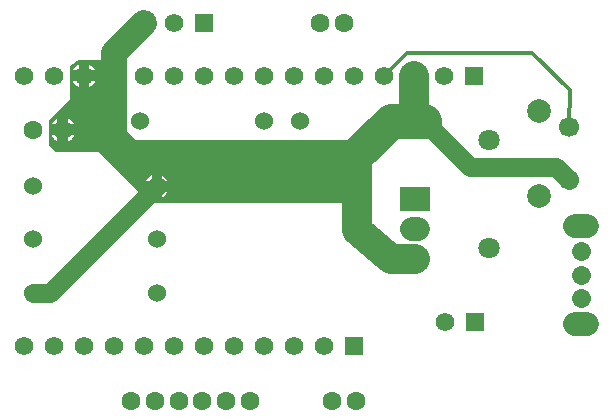
<source format=gtl>
G04 Layer: TopLayer*
G04 EasyEDA v6.4.20.6, 2021-08-25T14:01:31+02:00*
G04 e866269f8e5e4e6dbd67b5624e2cb2fc,10*
G04 Gerber Generator version 0.2*
G04 Scale: 100 percent, Rotated: No, Reflected: No *
G04 Dimensions in millimeters *
G04 leading zeros omitted , absolute positions ,4 integer and 5 decimal *
%FSLAX45Y45*%
%MOMM*%

%ADD11C,1.6000*%
%ADD12C,2.2000*%
%ADD13C,2.5000*%
%ADD14C,3.0000*%
%ADD15C,0.3000*%
%ADD16R,1.5748X1.5748*%
%ADD17C,1.5748*%
%ADD18C,1.7000*%
%ADD19C,2.0000*%
%ADD20C,1.5240*%
%ADD22C,1.8000*%
%ADD23C,1.5999*%

%LPD*%
G36*
X-3869283Y-1866900D02*
G01*
X-3873195Y-1866138D01*
X-3876497Y-1863902D01*
X-4304588Y-1435811D01*
X-4306316Y-1435100D01*
X-4656683Y-1435100D01*
X-4660595Y-1434338D01*
X-4663897Y-1432102D01*
X-4721402Y-1374546D01*
X-4723638Y-1371295D01*
X-4724400Y-1367383D01*
X-4724400Y-1290980D01*
X-4723638Y-1287221D01*
X-4724400Y-1283360D01*
X-4724400Y-1211021D01*
X-4723638Y-1207160D01*
X-4724400Y-1203401D01*
X-4724400Y-1172616D01*
X-4723638Y-1168704D01*
X-4721402Y-1165402D01*
X-4547311Y-991311D01*
X-4546600Y-989584D01*
X-4546600Y-829868D01*
X-4546142Y-827735D01*
X-4546600Y-825550D01*
X-4546600Y-754430D01*
X-4546142Y-752246D01*
X-4546600Y-750112D01*
X-4546600Y-716076D01*
X-4545584Y-711657D01*
X-4542790Y-708152D01*
X-4485894Y-662635D01*
X-4482896Y-660958D01*
X-4479544Y-660400D01*
X-4157116Y-660400D01*
X-4153204Y-661162D01*
X-4149902Y-663346D01*
X-4132275Y-681024D01*
X-4130040Y-684326D01*
X-4129278Y-688238D01*
X-4129278Y-744270D01*
X-4074160Y-744270D01*
X-4070248Y-745032D01*
X-4066997Y-747268D01*
X-4064762Y-750519D01*
X-4064000Y-754430D01*
X-4064000Y-825550D01*
X-4064762Y-829462D01*
X-4066997Y-832713D01*
X-4070959Y-835050D01*
X-4067810Y-836625D01*
X-4065015Y-840130D01*
X-4064000Y-844550D01*
X-4064000Y-1256284D01*
X-4063288Y-1258011D01*
X-3988511Y-1332788D01*
X-3986784Y-1333500D01*
X-2074316Y-1333500D01*
X-2070404Y-1334262D01*
X-2067102Y-1336446D01*
X-1996897Y-1406702D01*
X-1994662Y-1410004D01*
X-1993900Y-1413916D01*
X-1993900Y-1773783D01*
X-1994662Y-1777695D01*
X-1996897Y-1780946D01*
X-2079802Y-1863902D01*
X-2083104Y-1866138D01*
X-2087016Y-1866900D01*
G37*

%LPC*%
G36*
X-4383278Y-744270D02*
G01*
X-4335119Y-744270D01*
X-4338370Y-737666D01*
X-4345990Y-726287D01*
X-4355033Y-716026D01*
X-4365294Y-706983D01*
X-4376674Y-699363D01*
X-4383278Y-696112D01*
G37*
G36*
X-3767531Y-1817674D02*
G01*
X-3762959Y-1815490D01*
X-3751427Y-1808175D01*
X-3741013Y-1799386D01*
X-3731869Y-1789277D01*
X-3724148Y-1778000D01*
X-3720337Y-1770430D01*
X-3767531Y-1770430D01*
G37*
G36*
X-3767531Y-1681530D02*
G01*
X-3720337Y-1681530D01*
X-3724148Y-1673961D01*
X-3731869Y-1662734D01*
X-3741013Y-1652625D01*
X-3751427Y-1643786D01*
X-3762959Y-1636471D01*
X-3767531Y-1634337D01*
G37*
G36*
X-3903776Y-1681530D02*
G01*
X-3856431Y-1681530D01*
X-3856431Y-1634185D01*
X-3866946Y-1639925D01*
X-3877919Y-1648053D01*
X-3887724Y-1657502D01*
X-3896156Y-1668221D01*
X-3903116Y-1679956D01*
G37*
G36*
X-4653127Y-1342136D02*
G01*
X-4653127Y-1293520D01*
X-4701743Y-1293520D01*
X-4698492Y-1300124D01*
X-4690770Y-1311656D01*
X-4681677Y-1322070D01*
X-4671263Y-1331214D01*
X-4659731Y-1338884D01*
G37*
G36*
X-4560417Y-1342136D02*
G01*
X-4553864Y-1338884D01*
X-4542332Y-1331214D01*
X-4531918Y-1322070D01*
X-4522774Y-1311656D01*
X-4515104Y-1300124D01*
X-4511852Y-1293520D01*
X-4560417Y-1293520D01*
G37*
G36*
X-4701743Y-1200861D02*
G01*
X-4653127Y-1200861D01*
X-4653127Y-1152245D01*
X-4659731Y-1155496D01*
X-4671263Y-1163167D01*
X-4681677Y-1172311D01*
X-4690770Y-1182725D01*
X-4698492Y-1194257D01*
G37*
G36*
X-3856431Y-1817776D02*
G01*
X-3856431Y-1770430D01*
X-3903776Y-1770430D01*
X-3903116Y-1772056D01*
X-3896156Y-1783791D01*
X-3887724Y-1794459D01*
X-3877919Y-1803958D01*
X-3866946Y-1812036D01*
G37*
G36*
X-4220718Y-883869D02*
G01*
X-4220718Y-835710D01*
X-4268876Y-835710D01*
X-4265625Y-842314D01*
X-4258005Y-853694D01*
X-4248962Y-863955D01*
X-4238701Y-872998D01*
X-4227322Y-880618D01*
G37*
G36*
X-4474718Y-883869D02*
G01*
X-4474718Y-835710D01*
X-4522876Y-835710D01*
X-4519625Y-842314D01*
X-4512005Y-853694D01*
X-4502962Y-863955D01*
X-4492701Y-872998D01*
X-4481322Y-880618D01*
G37*
G36*
X-4383278Y-883869D02*
G01*
X-4376674Y-880618D01*
X-4365294Y-872998D01*
X-4355033Y-863955D01*
X-4345990Y-853694D01*
X-4338370Y-842314D01*
X-4335119Y-835710D01*
X-4383278Y-835710D01*
G37*
G36*
X-4129278Y-883869D02*
G01*
X-4122674Y-880618D01*
X-4111294Y-872998D01*
X-4101033Y-863955D01*
X-4091990Y-853694D01*
X-4084370Y-842314D01*
X-4083253Y-840028D01*
X-4080408Y-836523D01*
X-4078681Y-835710D01*
X-4129278Y-835710D01*
G37*
G36*
X-4522876Y-744270D02*
G01*
X-4474718Y-744270D01*
X-4474718Y-696112D01*
X-4481322Y-699363D01*
X-4492701Y-706983D01*
X-4502962Y-716026D01*
X-4512005Y-726287D01*
X-4519625Y-737666D01*
G37*
G36*
X-4268876Y-744270D02*
G01*
X-4220718Y-744270D01*
X-4220718Y-696112D01*
X-4227322Y-699363D01*
X-4238701Y-706983D01*
X-4248962Y-716026D01*
X-4258005Y-726287D01*
X-4265625Y-737666D01*
G37*
G36*
X-4560417Y-1200861D02*
G01*
X-4511852Y-1200861D01*
X-4515104Y-1194257D01*
X-4522774Y-1182725D01*
X-4531918Y-1172311D01*
X-4542332Y-1163167D01*
X-4553864Y-1155496D01*
X-4560417Y-1152245D01*
G37*

%LPD*%
D11*
X-4861991Y-2626012D02*
G01*
X-4712004Y-2626012D01*
X-3811981Y-1725988D01*
D12*
X-3920997Y-340012D02*
G01*
X-4174997Y-594012D01*
X-4174997Y-789998D01*
D13*
X-1627123Y-2343970D02*
G01*
X-1828800Y-2343970D01*
X-2120900Y-2095500D01*
X-2120900Y-1625600D01*
X-1634997Y-789998D02*
G01*
X-1634997Y-1087991D01*
X-1551990Y-1170998D01*
D14*
X-1551990Y-1170998D02*
G01*
X-1831398Y-1170998D01*
X-2159000Y-1498600D01*
D11*
X-319989Y-1675391D02*
G01*
X-433280Y-1562100D01*
X-1160889Y-1562100D01*
X-1551990Y-1170998D01*
D15*
X-1888997Y-789998D02*
G01*
X-1695957Y-596958D01*
X-635000Y-596958D01*
X-317500Y-914458D01*
X-320039Y-1225354D01*
D11*
G01*
X-2126894Y-3540056D03*
G01*
X-2326893Y-3540056D03*
D16*
G01*
X-1115999Y-2875998D03*
D17*
G01*
X-1369999Y-2875998D03*
D11*
G01*
X-3826992Y-3540005D03*
G01*
X-4026992Y-3540005D03*
G01*
X-3626993Y-3540005D03*
G01*
X-3426993Y-3540005D03*
G01*
X-3226993Y-3540005D03*
G01*
X-3026994Y-3540005D03*
G01*
X-2426995Y-340012D03*
G01*
X-2226995Y-340012D03*
D17*
G01*
X-3920997Y-340012D03*
G01*
X-3666997Y-340012D03*
D16*
G01*
X-3412997Y-340012D03*
D11*
G01*
X-4606797Y-1247198D03*
G01*
X-4860797Y-1247198D03*
D18*
G01*
X-319989Y-1675391D03*
G01*
X-319989Y-1225405D03*
D19*
G01*
X-573989Y-1090404D03*
G01*
X-573989Y-1810392D03*
D16*
G01*
X-1126997Y-789998D03*
D17*
G01*
X-1380997Y-789998D03*
G01*
X-1634997Y-789998D03*
G01*
X-1888997Y-789998D03*
G01*
X-2142997Y-789998D03*
G01*
X-2396997Y-789998D03*
G01*
X-2650997Y-789998D03*
G01*
X-2904997Y-789998D03*
G01*
X-3158997Y-789998D03*
G01*
X-3412997Y-789998D03*
G01*
X-3666997Y-789998D03*
G01*
X-3920997Y-789998D03*
G01*
X-4174997Y-789998D03*
G01*
X-4428997Y-789998D03*
G01*
X-4682997Y-789998D03*
G01*
X-4936997Y-789998D03*
D16*
G01*
X-2142997Y-3075998D03*
D17*
G01*
X-2396997Y-3075998D03*
G01*
X-2650997Y-3075998D03*
G01*
X-2904997Y-3075998D03*
G01*
X-3158997Y-3075998D03*
G01*
X-3412997Y-3075998D03*
G01*
X-3666997Y-3075998D03*
G01*
X-3920997Y-3075998D03*
G01*
X-4174997Y-3075998D03*
G01*
X-4428997Y-3075998D03*
G01*
X-4682997Y-3075998D03*
G01*
X-4936997Y-3075998D03*
D20*
G01*
X-4861991Y-1725988D03*
G01*
X-3811981Y-1725988D03*
G01*
X-4861991Y-2176000D03*
G01*
X-3811981Y-2176000D03*
G01*
X-1551990Y-1170998D03*
G01*
X-2602001Y-1170998D03*
G01*
X-3952011Y-1170998D03*
G01*
X-2902000Y-1170998D03*
G01*
X-3811981Y-2626012D03*
G01*
X-4861991Y-2626012D03*
G36*
X-1502031Y-1735922D02*
G01*
X-1502031Y-1936074D01*
X-1751967Y-1936074D01*
X-1751967Y-1735922D01*
G37*
D22*
G01*
X-997000Y-1330002D03*
G01*
X-997000Y-2249990D03*
D23*
X-219986Y-2675389D02*
G01*
X-219991Y-2675389D01*
X-219986Y-2275390D02*
G01*
X-219991Y-2275390D01*
X-219986Y-2475390D02*
G01*
X-219991Y-2475390D01*
D19*
X-269989Y-2060379D02*
G01*
X-169989Y-2060379D01*
X-269989Y-2890400D02*
G01*
X-169989Y-2890400D01*
X-1601995Y-2343995D02*
G01*
X-1651995Y-2343995D01*
X-1601995Y-2089995D02*
G01*
X-1651995Y-2089995D01*
M02*

</source>
